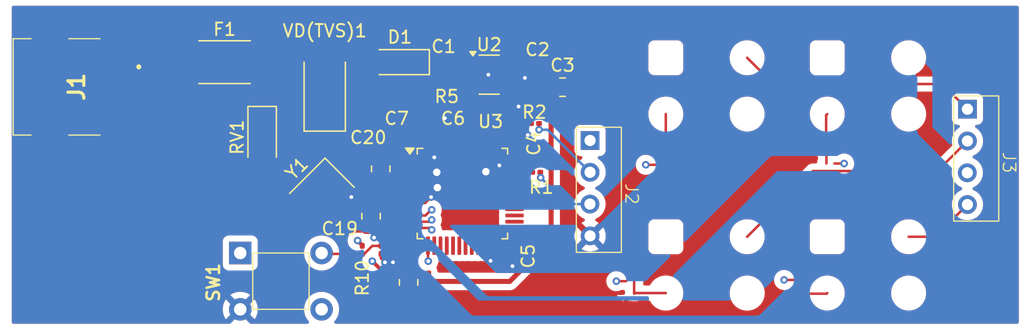
<source format=kicad_pcb>
(kicad_pcb (version 20241229) (generator "pcbnew") (generator_version "9.0")
  (layers (0 "F.Cu" signal) (2 "B.Cu" signal) (13 "F.Paste" user) (15 "B.Paste" user) (5 "F.SilkS" user "F.Silkscreen") (7 "B.SilkS" user "B.Silkscreen") (1 "F.Mask" user) (3 "B.Mask" user) (25 "Edge.Cuts" user))
  (net 0 "")
  (net 1 "3.3V")
  (net 2 "Net-(D1-K)")
  (net 3 "GND")
  (net 4 "Net-(U2-EN)")
  (net 5 "Net-(U3-PA13)")
  (net 6 "Net-(J2-Pad2)")
  (net 7 "Net-(J2-Pad3)")
  (net 8 "PD1")
  (net 9 "RESET")
  (net 10 "Net-(D1-A)")
  (net 11 "Net-(J1-VCC)")
  (net 12 "Net-(U3-PA14)")
  (net 13 "3.3VA")
  (net 14 "PD0")
  (net 52 "unconnected-(J3-Pad2)")
  (net 53 "unconnected-(J3-Pad4)")
  (net 55 "unconnected-(J3-Pad1)")
  (net 56 "unconnected-(U3-PA3-Pad13)")
  (net 57 "unconnected-(U3-PA2-Pad12)")
  (net 58 "unconnected-(U3-PA0-Pad10)")
  (net 59 "unconnected-(U3-PA1-Pad11)")
  (footprint "Resistor_SMD:R_0201_0603Metric" (layer "F.Cu") (at 61.1575 54.35 180)
    (property "Reference" "C7" (at 0.095 1 0) (layer "F.SilkS"))
    (property "Value" "0.1uF")
    (pad "1" smd roundrect (at -0.32 0 180) (size 0.46 0.4) (layers "F.Cu" "F.Mask") (net 1 "3.3V"))
    (pad "2" smd roundrect (at 0.32 0 180) (size 0.46 0.4) (layers "F.Cu" "F.Mask") (net 3 "GND"))
  )
  (footprint "Resistor_SMD:R_0201_0603Metric" (layer "F.Cu") (at 71.3125 49.195 -90)
    (property "Reference" "C2" (at -1.345 -1 180) (layer "F.SilkS"))
    (property "Value" "0.1uF" (hide yes))
    (pad "1" smd roundrect (at -0.32 0 270) (size 0.46 0.4) (layers "F.Cu" "F.Mask") (net 1 "3.3V"))
    (pad "2" smd roundrect (at 0.32 0 270) (size 0.46 0.4) (layers "F.Cu" "F.Mask") (net 3 "GND"))
  )
  (footprint "My_lib2:J - W04M" (layer "F.Cu") (at 109.1625 56.55 -90)
    (property "Reference" "J3" (at 0.325 -0.825 270) (layer "F.SilkS") (effects (font (thickness 0.1))))
    (property "Value" "~" (hide yes))
    (fp_rect (start -5 0) (end 5 3.6) (stroke (width 0.1)) (fill no) (layer "F.SilkS") (net 6946862))
    (pad "1" thru_hole rect (at -3.94 2.5 270) (size 1.5 1.5) (drill 0.9) (layers "*.Cu" "*.Mask") (net 55 "unconnected-(J3-Pad1)"))
    (pad "2" thru_hole circle (at -1.4 2.5 270) (size 1.5 1.5) (drill 0.9) (layers "*.Cu" "*.Mask") (net 52 "unconnected-(J3-Pad2)"))
    (pad "3" thru_hole circle (at 1.14 2.511693 270) (size 1.5 1.5) (drill 0.9) (layers "*.Cu" "*.Mask"))
    (pad "4" thru_hole circle (at 3.68 2.5 270) (size 1.5 1.5) (drill 0.9) (layers "*.Cu" "*.Mask") (net 53 "unconnected-(J3-Pad4)"))
  )
  (footprint "Resistor_SMD:R_0805_2012Metric" (layer "F.Cu") (at 74.3125 50.85)
    (property "Reference" "C3" (at 0 -1.75 0) (layer "F.SilkS"))
    (property "Value" "4.7uF")
    (fp_line (start -0.227064 -0.735) (end 0.227064 -0.735) (stroke (width 0.12)) (layer "F.SilkS") (net 6946862))
    (fp_line (start -0.227064 0.735) (end 0.227064 0.735) (stroke (width 0.12)) (layer "F.SilkS") (net 6946862))
    (pad "1" smd roundrect (at -0.9125 0) (size 1.025 1.4) (layers "F.Cu" "F.Mask" "F.Paste") (roundrect_rratio 0.243902) (net 1 "3.3V"))
    (pad "2" smd roundrect (at 0.9125 0) (size 1.025 1.4) (layers "F.Cu" "F.Mask" "F.Paste") (roundrect_rratio 0.243902) (net 3 "GND"))
  )
  (footprint "Resistor_SMD:R_0201_0603Metric" (layer "F.Cu") (at 70.3125 64.195 -90)
    (property "Reference" "C5" (at 0.155 -1.25 90) (layer "F.SilkS"))
    (property "Value" "0.1uF" (hide yes))
    (pad "1" smd roundrect (at -0.32 0 270) (size 0.46 0.4) (layers "F.Cu" "F.Mask") (net 1 "3.3V"))
    (pad "2" smd roundrect (at 0.32 0 270) (size 0.46 0.4) (layers "F.Cu" "F.Mask") (net 3 "GND"))
  )
  (footprint "Resistor_SMD:R_0201_0603Metric" (layer "F.Cu") (at 63.6125 66.05 -90)
    (property "Reference" "FB1" (hide yes))
    (property "Value" "600Ом 100Мгц" (hide yes))
    (pad "1" smd roundrect (at -0.32 0 270) (size 0.46 0.4) (layers "F.Cu" "F.Mask") (net 13 "3.3VA"))
    (pad "2" smd roundrect (at 0.32 0 270) (size 0.46 0.4) (layers "F.Cu" "F.Mask") (net 1 "3.3V"))
  )
  (footprint "Package_TO_SOT_SMD:SOT-23-5" (layer "F.Cu") (at 68.45 49.85)
    (property "Reference" "U2" (at 0 -2.4 0) (layer "F.SilkS"))
    (property "Value" "~")
    (fp_line (start 0 -1.56) (end -0.8 -1.56) (stroke (width 0.12)) (layer "F.SilkS") (net 6946862))
    (fp_line (start 0 -1.56) (end 0.8 -1.56) (stroke (width 0.12)) (layer "F.SilkS") (net 6946862))
    (fp_line (start 0 1.56) (end -0.8 1.56) (stroke (width 0.12)) (layer "F.SilkS") (net 6946862))
    (fp_line (start 0 1.56) (end 0.8 1.56) (stroke (width 0.12)) (layer "F.SilkS") (net 6946862))
    (fp_poly (pts (xy -1.3 -1.51) (xy -1.54 -1.84) (xy -1.06 -1.84) (xy -1.3 -1.51)) (stroke (width 0.12)) (fill yes) (layer "F.SilkS") (net 6946862))
    (pad "1" smd roundrect (at -1.1375 -0.95) (size 1.325 0.6) (layers "F.Cu" "F.Mask" "F.Paste") (net 2 "Net-(D1-K)"))
    (pad "2" smd roundrect (at -1.1375 0) (size 1.325 0.6) (layers "F.Cu" "F.Mask" "F.Paste") (net 3 "GND"))
    (pad "3" smd roundrect (at -1.1375 0.95) (size 1.325 0.6) (layers "F.Cu" "F.Mask" "F.Paste") (net 4 "Net-(U2-EN)"))
    (pad "4" smd roundrect (at 1.1375 0.95) (size 1.325 0.6) (layers "F.Cu" "F.Mask" "F.Paste"))
    (pad "5" smd roundrect (at 1.1375 -0.95) (size 1.325 0.6) (layers "F.Cu" "F.Mask" "F.Paste") (net 1 "3.3V"))
  )
  (footprint "Resistor_SMD:R_0201_0603Metric" (layer "F.Cu") (at 64.3125 49.195 -90)
    (property "Reference" "C1" (at -1.595 -0.5 180) (layer "F.SilkS"))
    (property "Value" "0.33uF" (hide yes))
    (pad "1" smd roundrect (at -0.32 0 270) (size 0.46 0.4) (layers "F.Cu" "F.Mask") (net 2 "Net-(D1-K)"))
    (pad "2" smd roundrect (at 0.32 0 270) (size 0.46 0.4) (layers "F.Cu" "F.Mask") (net 3 "GND"))
  )
  (footprint "Resistor_SMD:R_0201_0603Metric" (layer "F.Cu") (at 65.3125 50.17 -90)
    (property "Reference" "R5" (at 1.43 0.25 0) (layer "F.SilkS"))
    (property "Value" "10k" (hide yes))
    (pad "1" smd roundrect (at -0.32 0 270) (size 0.46 0.4) (layers "F.Cu" "F.Mask") (net 2 "Net-(D1-K)"))
    (pad "2" smd roundrect (at 0.32 0 270) (size 0.46 0.4) (layers "F.Cu" "F.Mask") (net 4 "Net-(U2-EN)"))
  )
  (footprint "My_lib2:SW - 0650HIM-130G-G" (layer "F.Cu") (at 51.8125 66.35)
    (property "Reference" "SW1" (at -5.4 0.1 90) (layer "F.SilkS") (effects (font (thickness 0.2) (bold yes))))
    (property "Value" "SW_Push" (hide yes))
    (fp_rect (start -2.25 -2.25) (end 2.25 2.25) (stroke (width 0.1)) (fill no) (layer "F.SilkS") (net 6946862))
    (pad "1" thru_hole rect (at -3.25 -2.25) (size 1.8 1.8) (drill 1) (layers "*.Cu" "*.Mask"))
    (pad "2" thru_hole circle (at 3.25 -2.25) (size 1.8 1.8) (drill 1) (layers "*.Cu" "*.Mask") (net 9 "RESET"))
    (pad "3" thru_hole circle (at -3.25 2.25) (size 1.8 1.8) (drill 1) (layers "*.Cu" "*.Mask") (net 3 "GND"))
    (pad "4" thru_hole circle (at 3.25 2.25) (size 1.8 1.8) (drill 1) (layers "*.Cu" "*.Mask"))
  )
  (footprint "Resistor_SMD:R_0201_0603Metric" (layer "F.Cu") (at 70.8125 55.005 90)
    (property "Reference" "C4" (at -0.345 1.2 270) (layer "F.SilkS"))
    (property "Value" "0.1uF" (hide yes))
    (pad "1" smd roundrect (at -0.32 0 90) (size 0.46 0.4) (layers "F.Cu" "F.Mask") (net 1 "3.3V"))
    (pad "2" smd roundrect (at 0.32 0 90) (size 0.46 0.4) (layers "F.Cu" "F.Mask") (net 3 "GND"))
  )
  (footprint "Fuse:Fuse_2512_6332Metric" (layer "F.Cu") (at 47.3125 48.85)
    (property "Reference" "F1" (at 0 -2.62 0) (layer "F.SilkS"))
    (property "Value" "0.5A")
    (fp_line (start -2.052064 -1.71) (end 2.052064 -1.71) (stroke (width 0.12)) (layer "F.SilkS") (net 6946862))
    (fp_line (start -2.052064 1.71) (end 2.052064 1.71) (stroke (width 0.12)) (layer "F.SilkS") (net 6946862))
    (pad "1" smd roundrect (at -2.9 0) (size 1.35 3.35) (layers "F.Cu" "F.Mask" "F.Paste") (roundrect_rratio 0.185185) (net 11 "Net-(J1-VCC)"))
    (pad "2" smd roundrect (at 2.9 0) (size 1.35 3.35) (layers "F.Cu" "F.Mask" "F.Paste") (roundrect_rratio 0.185185) (net 10 "Net-(D1-A)"))
  )
  (footprint "Diode_SMD:D_1206_3216Metric_Pad1.42x1.75mm_HandSolder" (layer "F.Cu") (at 50.3125 54.85 -90)
    (property "Reference" "RV1" (at 0 2 90) (layer "F.SilkS"))
    (property "Value" "6V")
    (fp_line (start -2.46 1.135) (end 1.6 1.135) (stroke (width 0.12)) (layer "F.SilkS") (net 6946862))
    (fp_line (start -2.46 -1.135) (end -2.46 1.135) (stroke (width 0.12)) (layer "F.SilkS") (net 6946862))
    (fp_line (start 1.6 -1.135) (end -2.46 -1.135) (stroke (width 0.12)) (layer "F.SilkS") (net 6946862))
    (pad "1" smd roundrect (at -1.4875 0 270) (size 1.425 1.75) (layers "F.Cu" "F.Mask" "F.Paste") (roundrect_rratio 0.175439) (net 10 "Net-(D1-A)"))
    (pad "2" smd roundrect (at 1.4875 0 270) (size 1.425 1.75) (layers "F.Cu" "F.Mask" "F.Paste") (roundrect_rratio 0.175439) (net 3 "GND"))
  )
  (footprint "Package_QFP:LQFP-48_7x7mm_P0.5mm" (layer "F.Cu") (at 66.3125 59.35)
    (property "Reference" "U3" (at 2.25 -5.75 0) (layer "F.SilkS"))
    (property "Value" "STM32F103C8Tx")
    (fp_line (start -3.61 -3.61) (end -3.61 -3.16) (stroke (width 0.12)) (layer "F.SilkS") (net 6946862))
    (fp_line (start -3.61 3.61) (end -3.61 3.16) (stroke (width 0.12)) (layer "F.SilkS") (net 6946862))
    (fp_line (start -3.16 -3.61) (end -3.61 -3.61) (stroke (width 0.12)) (layer "F.SilkS") (net 6946862))
    (fp_line (start -3.16 3.61) (end -3.61 3.61) (stroke (width 0.12)) (layer "F.SilkS") (net 6946862))
    (fp_line (start 3.16 -3.61) (end 3.61 -3.61) (stroke (width 0.12)) (layer "F.SilkS") (net 6946862))
    (fp_line (start 3.16 3.61) (end 3.61 3.61) (stroke (width 0.12)) (layer "F.SilkS") (net 6946862))
    (fp_line (start 3.61 -3.61) (end 3.61 -3.16) (stroke (width 0.12)) (layer "F.SilkS") (net 6946862))
    (fp_line (start 3.61 3.61) (end 3.61 3.16) (stroke (width 0.12)) (layer "F.SilkS") (net 6946862))
    (fp_poly (pts (xy -4.2 -3.16) (xy -4.54 -3.63) (xy -3.86 -3.63) (xy -4.2 -3.16)) (stroke (width 0.12)) (fill yes) (layer "F.SilkS") (net 6946862))
    (pad "1" smd roundrect (at -4.1625 -2.75) (size 1.475 0.3) (layers "F.Cu" "F.Mask" "F.Paste") (net 1 "3.3V"))
    (pad "2" smd roundrect (at -4.1625 -2.25) (size 1.475 0.3) (layers "F.Cu" "F.Mask" "F.Paste"))
    (pad "3" smd roundrect (at -4.1625 -1.75) (size 1.475 0.3) (layers "F.Cu" "F.Mask" "F.Paste"))
    (pad "4" smd roundrect (at -4.1625 -1.25) (size 1.475 0.3) (layers "F.Cu" "F.Mask" "F.Paste"))
    (pad "5" smd roundrect (at -4.1625 -0.75) (size 1.475 0.3) (layers "F.Cu" "F.Mask" "F.Paste") (net 14 "PD0"))
    (pad "6" smd roundrect (at -4.1625 -0.25) (size 1.475 0.3) (layers "F.Cu" "F.Mask" "F.Paste") (net 8 "PD1"))
    (pad "7" smd roundrect (at -4.1625 0.25) (size 1.475 0.3) (layers "F.Cu" "F.Mask" "F.Paste") (net 9 "RESET"))
    (pad "8" smd roundrect (at -4.1625 0.75) (size 1.475 0.3) (layers "F.Cu" "F.Mask" "F.Paste") (net 3 "GND"))
    (pad "9" smd roundrect (at -4.1625 1.25) (size 1.475 0.3) (layers "F.Cu" "F.Mask" "F.Paste") (net 13 "3.3VA"))
    (pad "10" smd roundrect (at -4.1625 1.75) (size 1.475 0.3) (layers "F.Cu" "F.Mask" "F.Paste") (net 58 "unconnected-(U3-PA0-Pad10)"))
    (pad "11" smd roundrect (at -4.1625 2.25) (size 1.475 0.3) (layers "F.Cu" "F.Mask" "F.Paste") (net 59 "unconnected-(U3-PA1-Pad11)"))
    (pad "12" smd roundrect (at -4.1625 2.75) (size 1.475 0.3) (layers "F.Cu" "F.Mask" "F.Paste") (net 57 "unconnected-(U3-PA2-Pad12)"))
    (pad "13" smd roundrect (at -2.75 4.1625) (size 0.3 1.475) (layers "F.Cu" "F.Mask" "F.Paste") (net 56 "unconnected-(U3-PA3-Pad13)"))
    (pad "14" smd roundrect (at -2.25 4.1625) (size 0.3 1.475) (layers "F.Cu" "F.Mask" "F.Paste"))
    (pad "15" smd roundrect (at -1.75 4.1625) (size 0.3 1.475) (layers "F.Cu" "F.Mask" "F.Paste"))
    (pad "16" smd roundrect (at -1.25 4.1625) (size 0.3 1.475) (layers "F.Cu" "F.Mask" "F.Paste"))
    (pad "17" smd roundrect (at -0.75 4.1625) (size 0.3 1.475) (layers "F.Cu" "F.Mask" "F.Paste"))
    (pad "18" smd roundrect (at -0.25 4.1625) (size 0.3 1.475) (layers "F.Cu" "F.Mask" "F.Paste"))
    (pad "19" smd roundrect (at 0.25 4.1625) (size 0.3 1.475) (layers "F.Cu" "F.Mask" "F.Paste"))
    (pad "20" smd roundrect (at 0.75 4.1625) (size 0.3 1.475) (layers "F.Cu" "F.Mask" "F.Paste"))
    (pad "21" smd roundrect (at 1.25 4.1625) (size 0.3 1.475) (layers "F.Cu" "F.Mask" "F.Paste"))
    (pad "22" smd roundrect (at 1.75 4.1625) (size 0.3 1.475) (layers "F.Cu" "F.Mask" "F.Paste"))
    (pad "23" smd roundrect (at 2.25 4.1625) (size 0.3 1.475) (layers "F.Cu" "F.Mask" "F.Paste") (net 3 "GND"))
    (pad "24" smd roundrect (at 2.75 4.1625) (size 0.3 1.475) (layers "F.Cu" "F.Mask" "F.Paste") (net 1 "3.3V"))
    (pad "25" smd roundrect (at 4.1625 2.75) (size 1.475 0.3) (layers "F.Cu" "F.Mask" "F.Paste"))
    (pad "26" smd roundrect (at 4.1625 2.25) (size 1.475 0.3) (layers "F.Cu" "F.Mask" "F.Paste"))
    (pad "27" smd roundrect (at 4.1625 1.75) (size 1.475 0.3) (layers "F.Cu" "F.Mask" "F.Paste"))
    (pad "28" smd roundrect (at 4.1625 1.25) (size 1.475 0.3) (layers "F.Cu" "F.Mask" "F.Paste"))
    (pad "29" smd roundrect (at 4.1625 0.75) (size 1.475 0.3) (layers "F.Cu" "F.Mask" "F.Paste"))
    (pad "30" smd roundrect (at 4.1625 0.25) (size 1.475 0.3) (layers "F.Cu" "F.Mask" "F.Paste"))
    (pad "31" smd roundrect (at 4.1625 -0.25) (size 1.475 0.3) (layers "F.Cu" "F.Mask" "F.Paste"))
    (pad "32" smd roundrect (at 4.1625 -0.75) (size 1.475 0.3) (layers "F.Cu" "F.Mask" "F.Paste"))
    (pad "33" smd roundrect (at 4.1625 -1.25) (size 1.475 0.3) (layers "F.Cu" "F.Mask" "F.Paste"))
    (pad "34" smd roundrect (at 4.1625 -1.75) (size 1.475 0.3) (layers "F.Cu" "F.Mask" "F.Paste") (net 5 "Net-(U3-PA13)"))
    (pad "35" smd roundrect (at 4.1625 -2.25) (size 1.475 0.3) (layers "F.Cu" "F.Mask" "F.Paste") (net 3 "GND"))
    (pad "36" smd roundrect (at 4.1625 -2.75) (size 1.475 0.3) (layers "F.Cu" "F.Mask" "F.Paste") (net 1 "3.3V"))
    (pad "37" smd roundrect (at 2.75 -4.1625) (size 0.3 1.475) (layers "F.Cu" "F.Mask" "F.Paste") (net 12 "Net-(U3-PA14)"))
    (pad "38" smd roundrect (at 2.25 -4.1625) (size 0.3 1.475) (layers "F.Cu" "F.Mask" "F.Paste"))
    (pad "39" smd roundrect (at 1.75 -4.1625) (size 0.3 1.475) (layers "F.Cu" "F.Mask" "F.Paste"))
    (pad "40" smd roundrect (at 1.25 -4.1625) (size 0.3 1.475) (layers "F.Cu" "F.Mask" "F.Paste"))
    (pad "41" smd roundrect (at 0.75 -4.1625) (size 0.3 1.475) (layers "F.Cu" "F.Mask" "F.Paste"))
    (pad "42" smd roundrect (at 0.25 -4.1625) (size 0.3 1.475) (layers "F.Cu" "F.Mask" "F.Paste"))
    (pad "43" smd roundrect (at -0.25 -4.1625) (size 0.3 1.475) (layers "F.Cu" "F.Mask" "F.Paste"))
    (pad "44" smd roundrect (at -0.75 -4.1625) (size 0.3 1.475) (layers "F.Cu" "F.Mask" "F.Paste"))
    (pad "45" smd roundrect (at -1.25 -4.1625) (size 0.3 1.475) (layers "F.Cu" "F.Mask" "F.Paste"))
    (pad "46" smd roundrect (at -1.75 -4.1625) (size 0.3 1.475) (layers "F.Cu" "F.Mask" "F.Paste"))
    (pad "47" smd roundrect (at -2.25 -4.1625) (size 0.3 1.475) (layers "F.Cu" "F.Mask" "F.Paste") (net 3 "GND"))
    (pad "48" smd roundrect (at -2.75 -4.1625) (size 0.3 1.475) (layers "F.Cu" "F.Mask" "F.Paste") (net 1 "3.3V"))
  )
  (footprint "Resistor_SMD:R_0201_0603Metric" (layer "F.Cu") (at 72.1125 53.75)
    (property "Reference" "R2" (at -0.05 -0.9 0) (layer "F.SilkS"))
    (property "Value" "100" (hide yes))
    (pad "1" smd roundrect (at -0.32 0) (size 0.46 0.4) (layers "F.Cu" "F.Mask") (net 12 "Net-(U3-PA14)"))
    (pad "2" smd roundrect (at 0.32 0) (size 0.46 0.4) (layers "F.Cu" "F.Mask") (net 6 "Net-(J2-Pad2)"))
  )
  (footprint "Resistor_SMD:R_0201_0603Metric" (layer "F.Cu") (at 59.8125 63.85 -90)
    (property "Reference" "C17" (hide yes))
    (property "Value" "0.1uF" (hide yes))
    (pad "1" smd roundrect (at -0.32 0 270) (size 0.46 0.4) (layers "F.Cu" "F.Mask") (net 9 "RESET"))
    (pad "2" smd roundrect (at 0.32 0 270) (size 0.46 0.4) (layers "F.Cu" "F.Mask") (net 3 "GND"))
  )
  (footprint "Diode_SMD:D_SOD-123" (layer "F.Cu") (at 61.3125 48.85 180)
    (property "Reference" "D1" (at 0 2 0) (layer "F.SilkS"))
    (property "Value" "~" (hide yes))
    (fp_line (start -2.36 1) (end 1.65 1) (stroke (width 0.12)) (layer "F.SilkS") (net 6946862))
    (fp_line (start -2.36 -1) (end 1.65 -1) (stroke (width 0.12)) (layer "F.SilkS") (net 6946862))
    (fp_line (start -2.36 -1) (end -2.36 1) (stroke (width 0.12)) (layer "F.SilkS") (net 6946862))
    (pad "1" smd roundrect (at -1.65 0 180) (size 0.9 1.2) (layers "F.Cu" "F.Mask" "F.Paste") (net 2 "Net-(D1-K)"))
    (pad "2" smd roundrect (at 1.65 0 180) (size 0.9 1.2) (layers "F.Cu" "F.Mask" "F.Paste") (net 10 "Net-(D1-A)"))
  )
  (footprint "Resistor_SMD:R_0805_2012Metric" (layer "F.Cu") (at 59.7875 57.375 -90)
    (property "Reference" "C20" (at -2.5 1 180) (layer "F.SilkS"))
    (property "Value" "18pF")
    (fp_line (start -0.227064 0.735) (end 0.227064 0.735) (stroke (width 0.12)) (layer "F.SilkS") (net 6946862))
    (fp_line (start -0.227064 -0.735) (end 0.227064 -0.735) (stroke (width 0.12)) (layer "F.SilkS") (net 6946862))
    (pad "1" smd roundrect (at -0.9125 0 270) (size 1.025 1.4) (layers "F.Cu" "F.Mask" "F.Paste") (roundrect_rratio 0.243902) (net 3 "GND"))
    (pad "2" smd roundrect (at 0.9125 0 270) (size 1.025 1.4) (layers "F.Cu" "F.Mask" "F.Paste") (roundrect_rratio 0.243902) (net 14 "PD0"))
  )
  (footprint "Diode_SMD:D_SMA" (layer "F.Cu") (at 55.3125 50.85 90)
    (property "Reference" "VD(TVS)1" (at 4.5 0 180) (layer "F.SilkS"))
    (property "Value" "SMAJ5.0A" (hide yes))
    (fp_line (start -3.51 -1.65) (end 2 -1.65) (stroke (width 0.12)) (layer "F.SilkS") (net 6946862))
    (fp_line (start -3.51 -1.65) (end -3.51 1.65) (stroke (width 0.12)) (layer "F.SilkS") (net 6946862))
    (fp_line (start -3.51 1.65) (end 2 1.65) (stroke (width 0.12)) (layer "F.SilkS") (net 6946862))
    (pad "1" smd roundrect (at -2 0 90) (size 2.5 1.8) (layers "F.Cu" "F.Mask" "F.Paste") (roundrect_rratio 0.1388888889) (net 10 "Net-(D1-A)"))
    (pad "2" smd roundrect (at 2 0 90) (size 2.5 1.8) (layers "F.Cu" "F.Mask" "F.Paste") (roundrect_rratio 0.1388888889) (net 3 "GND"))
  )
  (footprint "Resistor_SMD:R_0201_0603Metric" (layer "F.Cu") (at 70.8125 53.45 90)
    (property "Reference" "C18" (hide yes))
    (property "Value" "47pF" (hide yes))
    (pad "1" smd roundrect (at -0.32 0 90) (size 0.46 0.4) (layers "F.Cu" "F.Mask") (net 12 "Net-(U3-PA14)"))
    (pad "2" smd roundrect (at 0.32 0 90) (size 0.46 0.4) (layers "F.Cu" "F.Mask") (net 3 "GND"))
  )
  (footprint "Resistor_SMD:R_0201_0603Metric" (layer "F.Cu") (at 58.3125 63.85 90)
    (property "Reference" "R10" (at -2.25 0 90) (layer "F.SilkS"))
    (property "Value" "10k" (hide yes))
    (pad "1" smd roundrect (at -0.32 0 90) (size 0.46 0.4) (layers "F.Cu" "F.Mask") (net 9 "RESET"))
    (pad "2" smd roundrect (at 0.32 0 90) (size 0.46 0.4) (layers "F.Cu" "F.Mask") (net 1 "3.3V"))
  )
  (footprint "Resistor_SMD:R_0805_2012Metric" (layer "F.Cu") (at 59.0125 61.15 -90)
    (property "Reference" "C19" (at 1 2.5 180) (layer "F.SilkS"))
    (property "Value" "18pF" (hide yes))
    (fp_line (start -0.227064 0.735) (end 0.227064 0.735) (stroke (width 0.12)) (layer "F.SilkS") (net 6946862))
    (fp_line (start -0.227064 -0.735) (end 0.227064 -0.735) (stroke (width 0.12)) (layer "F.SilkS") (net 6946862))
    (pad "1" smd roundrect (at -0.9125 0 270) (size 1.025 1.4) (layers "F.Cu" "F.Mask" "F.Paste") (roundrect_rratio 0.243902) (net 8 "PD1"))
    (pad "2" smd roundrect (at 0.9125 0 270) (size 1.025 1.4) (layers "F.Cu" "F.Mask" "F.Paste") (roundrect_rratio 0.243902) (net 3 "GND"))
  )
  (footprint "Resistor_SMD:R_0201_0603Metric" (layer "F.Cu") (at 72.2125 57.65)
    (property "Reference" "R1" (at 0.4 1.2 0) (layer "F.SilkS"))
    (property "Value" "100")
    (pad "1" smd roundrect (at -0.32 0) (size 0.46 0.4) (layers "F.Cu" "F.Mask") (net 5 "Net-(U3-PA13)"))
    (pad "2" smd roundrect (at 0.32 0) (size 0.46 0.4) (layers "F.Cu" "F.Mask") (net 7 "Net-(J2-Pad3)"))
  )
  (footprint "My_lib2:micro USB -5075BMR05SM" (layer "F.Cu") (at 35.4875 50.825 -90)
    (property "Reference" "J1" (at 0 0 90) (layer "F.SilkS") (effects (font (size 1.27 1.27) (thickness 0.254))))
    (property "Value" "~" (hide yes))
    (fp_line (start -3.85 5.07) (end 3.85 5.07) (stroke (width 0.1)) (layer "F.SilkS") (net 6946862))
    (fp_line (start 3.85 5.07) (end 3.85 3.63) (stroke (width 0.1)) (layer "F.SilkS") (net 6946862))
    (fp_line (start -3.85 3.63) (end -3.85 5.07) (stroke (width 0.1)) (layer "F.SilkS") (net 6946862))
    (fp_line (start -3.85 -1.87) (end -3.85 0.63) (stroke (width 0.1)) (layer "F.SilkS") (net 6946862))
    (fp_line (start 3.85 -1.87) (end 3.85 0.63) (stroke (width 0.1)) (layer "F.SilkS") (net 6946862))
    (fp_line (start -1.7 -4.97) (end -1.7 -4.97) (stroke (width 0.2)) (layer "F.SilkS") (net 6946862))
    (fp_line (start -1.5 -4.97) (end -1.5 -4.97) (stroke (width 0.2)) (layer "F.SilkS") (net 6946862))
    (fp_arc (start -1.7 -4.97) (mid -1.6 -5.07) (end -1.5 -4.97) (stroke (width 0.2)) (layer "F.SilkS") (net 6946862))
    (fp_arc (start -1.5 -4.97) (mid -1.6 -4.87) (end -1.7 -4.97) (stroke (width 0.2)) (layer "F.SilkS") (net 6946862))
    (pad "1" smd rect (at -1.6 -3.495 270) (size 0.5 2.25) (layers "F.Cu" "F.Mask" "F.Paste") (net 11 "Net-(J1-VCC)"))
    (pad "2" smd rect (at -0.8 -3.495 270) (size 0.5 2.25) (layers "F.Cu" "F.Mask" "F.Paste"))
    (pad "3" smd rect (at 0 -3.495 270) (size 0.5 2.25) (layers "F.Cu" "F.Mask" "F.Paste"))
    (pad "4" smd rect (at 0.8 -3.495 270) (size 0.5 2.25) (layers "F.Cu" "F.Mask" "F.Paste"))
    (pad "5" smd rect (at 1.6 -3.495 270) (size 0.5 2.25) (layers "F.Cu" "F.Mask" "F.Paste") (net 3 "GND"))
    (pad "6" smd rect (at -4.45 -3.37 270) (size 2 2.5) (layers "F.Cu" "F.Mask" "F.Paste") (net 3 "GND"))
    (pad "7" smd rect (at -4.45 2.13 270) (size 2 2.5) (layers "F.Cu" "F.Mask" "F.Paste") (net 3 "GND"))
    (pad "8" smd rect (at 4.45 2.13 270) (size 2 2.5) (layers "F.Cu" "F.Mask" "F.Paste") (net 3 "GND"))
    (pad "9" smd rect (at 4.45 -3.37 270) (size 2 2.5) (layers "F.Cu" "F.Mask" "F.Paste") (net 3 "GND"))
  )
  (footprint "Resistor_SMD:R_0201_0603Metric" (layer "F.Cu") (at 63.8825 53.35)
    (property "Reference" "C6" (at 1.68 0 0) (layer "F.SilkS"))
    (property "Value" "0.1uF")
    (pad "1" smd roundrect (at -0.32 0) (size 0.46 0.4) (layers "F.Cu" "F.Mask") (net 1 "3.3V"))
    (pad "2" smd roundrect (at 0.32 0) (size 0.46 0.4) (layers "F.Cu" "F.Mask") (net 3 "GND"))
  )
  (footprint "Resistor_SMD:R_0805_2012Metric" (layer "F.Cu") (at 62.0125 66.45 -90)
    (property "Reference" "C12" (hide yes))
    (property "Value" "1uF")
    (fp_line (start -0.227064 0.735) (end 0.227064 0.735) (stroke (width 0.12)) (layer "F.SilkS") (net 6946862))
    (fp_line (start -0.227064 -0.735) (end 0.227064 -0.735) (stroke (width 0.12)) (layer "F.SilkS") (net 6946862))
    (pad "1" smd roundrect (at -0.9125 0 270) (size 1.025 1.4) (layers "F.Cu" "F.Mask" "F.Paste") (roundrect_rratio 0.243902) (net 13 "3.3VA"))
    (pad "2" smd roundrect (at 0.9125 0 270) (size 1.025 1.4) (layers "F.Cu" "F.Mask" "F.Paste") (roundrect_rratio 0.243902) (net 3 "GND"))
  )
  (footprint "My_lib2:J - W04M" (layer "F.Cu") (at 79.0125 59.05 -90)
    (property "Reference" "J2" (at 0.325 -0.825 270) (layer "F.SilkS") (effects (font (thickness 0.1))))
    (property "Value" "~" (hide yes))
    (fp_rect (start -5 0) (end 5 3.6) (stroke (width 0.1)) (fill no) (layer "F.SilkS") (net 6946862))
    (pad "1" thru_hole rect (at -3.94 2.5 270) (size 1.5 1.5) (drill 0.9) (layers "*.Cu" "*.Mask"))
    (pad "2" thru_hole circle (at -1.4 2.5 270) (size 1.5 1.5) (drill 0.9) (layers "*.Cu" "*.Mask") (net 6 "Net-(J2-Pad2)"))
    (pad "3" thru_hole circle (at 1.14 2.511693 270) (size 1.5 1.5) (drill 0.9) (layers "*.Cu" "*.Mask") (net 7 "Net-(J2-Pad3)"))
    (pad "4" thru_hole circle (at 3.68 2.5 270) (size 1.5 1.5) (drill 0.9) (layers "*.Cu" "*.Mask") (net 3 "GND"))
  )
  (footprint "Resistor_SMD:R_0201_0603Metric" (layer "F.Cu") (at 60.7125 63.85 -90)
    (property "Reference" "C11" (hide yes))
    (property "Value" "0.1uF" (hide yes))
    (pad "1" smd roundrect (at -0.32 0 270) (size 0.46 0.4) (layers "F.Cu" "F.Mask") (net 13 "3.3VA"))
    (pad "2" smd roundrect (at 0.32 0 270) (size 0.46 0.4) (layers "F.Cu" "F.Mask") (net 3 "GND"))
  )
  (footprint "Crystal:Crystal_SMD_3225-4Pin_3.2x2.5mm" (layer "F.Cu") (at 55.0875 59.1 -135)
    (property "Reference" "Y1" (at 0.176777 2.65165 45) (layer "F.SilkS"))
    (property "Value" "Crystal_GND24")
    (fp_line (start -2 1.65) (end 2 1.65) (stroke (width 0.12)) (layer "F.SilkS") (net 6946862))
    (fp_line (start -2 -1.65) (end -2 1.65) (stroke (width 0.12)) (layer "F.SilkS") (net 6946862))
    (pad "1" smd rect (at -1.1 0.85 225) (size 1.4 1.2) (layers "F.Cu" "F.Mask" "F.Paste") (net 14 "PD0"))
    (pad "2" smd rect (at 1.1 0.85 225) (size 1.4 1.2) (layers "F.Cu" "F.Mask" "F.Paste") (net 3 "GND"))
    (pad "3" smd rect (at 1.1 -0.85 225) (size 1.4 1.2) (layers "F.Cu" "F.Mask" "F.Paste") (net 8 "PD1"))
    (pad "4" smd rect (at -1.1 -0.85 225) (size 1.4 1.2) (layers "F.Cu" "F.Mask" "F.Paste") (net 3 "GND"))
  )
  (gr_rect (start 56.25 61.725) (end 59.075 62.375) (stroke (width 0.2)) (fill yes) (layer "F.Cu") (net 3))
  (segment (start 93.4325 67.35) (end 95.4125 67.35) (width 0.2) (layer "F.Cu") (net 0))
  (segment (start 82.5625 56.14) (end 82.5725 56.15) (width 0.2) (layer "F.Cu") (net 0))
  (segment (start 80.0325 66.35) (end 80.0325 67.35) (width 0.2) (layer "F.Cu") (net 0))
  (segment (start 80.0325 67.25) (end 80.0825 67.3) (width 0.2) (layer "F.Cu") (net 0))
  (segment (start 82.5625 53) (end 82.5625 56.14) (width 0.2) (layer "F.Cu") (net 0))
  (segment (start 93.4325 66.25) (end 93.4325 67.35) (width 0.2) (layer "F.Cu") (net 0))
  (segment (start 95.3925 56.95) (end 95.3925 56.07) (width 0.2) (layer "F.Cu") (net 0))
  (segment (start 95.3725 56.05) (end 95.3725 53.09) (width 0.2) (layer "F.Cu") (net 0))
  (segment (start 95.3925 56.07) (end 95.3725 56.05) (width 0.2) (layer "F.Cu") (net 0))
  (segment (start 95.4125 67.35) (end 95.4625 67.3) (width 0.2) (layer "F.Cu") (net 0))
  (segment (start 95.3725 53.09) (end 95.4625 53) (width 0.2) (layer "F.Cu") (net 0))
  (segment (start 80.0825 67.3) (end 82.5625 67.3) (width 0.2) (layer "F.Cu") (net 0))
  (segment (start 82.5325 57.05) (end 82.5325 56.21) (width 0.2) (layer "F.Cu") (net 0))
  (segment (start 82.5325 56.21) (end 82.5925 56.15) (width 0.2) (layer "F.Cu") (net 0))
  (segment (start 71.47237 48.875) (end 73.4 50.80263) (width 0.2) (layer "F.Cu") (net 1))
  (segment (start 70.8125 55.325) (end 70.8375 55.35) (width 0.2) (layer "F.Cu") (net 1))
  (segment (start 58.3125 63.475) (end 57.9375 63.1) (width 0.3) (layer "F.Cu") (net 1))
  (segment (start 62.15 55.0225) (end 61.4775 54.35) (width 0.2) (layer "F.Cu") (net 1))
  (segment (start 69.908388 51.925) (end 70.983388 50.85) (width 0.4) (layer "F.Cu") (net 1))
  (segment (start 70.475 56.6) (end 70.475 55.6625) (width 0.2) (layer "F.Cu") (net 1))
  (segment (start 61.4775 54.35) (end 63.1575 52.67) (width 0.4) (layer "F.Cu") (net 1))
  (segment (start 69.95 63.5125) (end 70.3125 63.875) (width 0.2) (layer "F.Cu") (net 1))
  (segment (start 70.475 55.6625) (end 70.8125 55.325) (width 0.2) (layer "F.Cu") (net 1))
  (segment (start 63.9025 51.925) (end 69.908388 51.925) (width 0.4) (layer "F.Cu") (net 1))
  (segment (start 63.1575 52.67) (end 63.4775 52.35) (width 0.4) (layer "F.Cu") (net 1))
  (segment (start 70.6375 63.875) (end 70.3125 63.875) (width 0.4) (layer "F.Cu") (net 1))
  (segment (start 58.3125 63.53) (end 58.3125 63.475) (width 0.3) (layer "F.Cu") (net 1))
  (segment (start 71.6125 64.85) (end 70.6375 63.875) (width 0.4) (layer "F.Cu") (net 1))
  (segment (start 63.5505 66.37) (end 63.5315 66.351) (width 0.2) (layer "F.Cu") (net 1))
  (segment (start 63.4775 52.35) (end 63.02 52.8075) (width 0.2) (layer "F.Cu") (net 1))
  (segment (start 63.6125 66.37) (end 63.5505 66.37) (width 0.2) (layer "F.Cu") (net 1))
  (segment (start 69.5875 48.9) (end 71.2875 48.9) (width 0.2) (layer "F.Cu") (net 1))
  (segment (start 63.6125 66.37) (end 70.0925 66.37) (width 0.4) (layer "F.Cu") (net 1))
  (segment (start 63.5315 66.351) (end 60.7135 66.351) (width 0.3) (layer "F.Cu") (net 1))
  (segment (start 70.983388 50.85) (end 73.4 50.85) (width 0.4) (layer "F.Cu") (net 1))
  (segment (start 73.4 63.0625) (end 73.4 60.7875) (width 0.4) (layer "F.Cu") (net 1))
  (segment (start 62.15 56.6) (end 62.15 55.0225) (width 0.2) (layer "F.Cu") (net 1))
  (segment (start 71.2875 48.9) (end 71.3125 48.875) (width 0.2) (layer "F.Cu") (net 1))
  (segment (start 71.3125 48.875) (end 71.47237 48.875) (width 0.2) (layer "F.Cu") (net 1))
  (segment (start 60.7135 66.351) (end 59.1125 64.75) (width 0.3) (layer "F.Cu") (net 1))
  (segment (start 70.0925 66.37) (end 73.4 63.0625) (width 0.4) (layer "F.Cu") (net 1))
  (segment (start 63.4775 52.35) (end 63.9025 51.925) (width 0.4) (layer "F.Cu") (net 1))
  (segment (start 63.5625 53.35) (end 63.5625 55.1875) (width 0.2) (layer "F.Cu") (net 1))
  (segment (start 73.4 50.80263) (end 73.4 50.85) (width 0.2) (layer "F.Cu") (net 1))
  (segment (start 69.0625 63.5125) (end 69.95 63.5125) (width 0.2) (layer "F.Cu") (net 1))
  (segment (start 70.8375 55.35) (end 73.4 55.35) (width 0.2) (layer "F.Cu") (net 1))
  (segment (start 73.4 50.85) (end 73.4 60.7875) (width 0.4) (layer "F.Cu") (net 1))
  (segment (start 63.02 52.8075) (end 63.5625 53.35) (width 0.4) (layer "F.Cu") (net 1))
  (via (at 57.9375 63.1) (size 0.6) (drill 0.3) (layers "F.Cu" "B.Cu") (net 1))
  (via (at 59.1125 64.75) (size 0.6) (drill 0.3) (layers "F.Cu" "B.Cu") (net 1))
  (segment (start 67.3125 48.9) (end 67.2875 48.875) (width 0.2) (layer "F.Cu") (net 2))
  (segment (start 65.3125 49.675001) (end 64.512499 48.875) (width 0.2) (layer "F.Cu") (net 2))
  (segment (start 64.512499 48.875) (end 64.3125 48.875) (width 0.2) (layer "F.Cu") (net 2))
  (segment (start 64.3125 48.875) (end 62.9875 48.875) (width 0.4) (layer "F.Cu") (net 2))
  (segment (start 62.9875 48.875) (end 62.9625 48.85) (width 0.4) (layer "F.Cu") (net 2))
  (segment (start 67.2875 48.875) (end 64.3125 48.875) (width 0.2) (layer "F.Cu") (net 2))
  (segment (start 71.3045 49.523) (end 71.3125 49.515) (width 0.2) (layer "F.Cu") (net 3))
  (segment (start 71.5375 54.675) (end 70.8225 54.675) (width 0.2) (layer "F.Cu") (net 3))
  (segment (start 64.0655 55.1905) (end 64.0625 55.1875) (width 0.2) (layer "F.Cu") (net 3))
  (segment (start 59.8125 64.17) (end 59.8125 64.53076) (width 0.2) (layer "F.Cu") (net 3))
  (segment (start 63.3445 60.1) (end 63.8115 59.633) (width 0.2) (layer "F.Cu") (net 3))
  (segment (start 60.7125 64.17) (end 60.7125 64.789) (width 0.2) (layer "F.Cu") (net 3))
  (segment (start 68.5625 63.5125) (end 68.5625 64.725) (width 0.2) (layer "F.Cu") (net 3))
  (segment (start 67.3165 49.854) (end 67.3125 49.85) (width 0.2) (layer "F.Cu") (net 3))
  (segment (start 53.8268 59.158619) (end 56.230962 59.158619) (width 0.4) (layer "F.Cu") (net 3))
  (segment (start 70.8125 53.13) (end 70.8125 52.41) (width 0.2) (layer "F.Cu") (net 3))
  (segment (start 70.3125 64.515) (end 70.3125 65.15) (width 0.2) (layer "F.Cu") (net 3))
  (segment (start 68.3835 49.854) (end 67.3165 49.854) (width 0.2) (layer "F.Cu") (net 3))
  (segment (start 56.230962 59.158619) (end 56.466358 58.923223) (width 0.4) (layer "F.Cu") (net 3))
  (segment (start 70.8125 52.41) (end 70.7965 52.394) (width 0.2) (layer "F.Cu") (net 3))
  (segment (start 71.3045 50.108) (end 71.3045 49.523) (width 0.2) (layer "F.Cu") (net 3))
  (segment (start 70.8225 54.675) (end 70.8125 54.685) (width 0.2) (layer "F.Cu") (net 3))
  (segment (start 70.475 57.1) (end 69.2625 57.1) (width 0.2) (layer "F.Cu") (net 3))
  (segment (start 59.250402 62.868662) (end 59.250402 62.300402) (width 0.2) (layer "F.Cu") (net 3))
  (segment (start 62.15 60.1) (end 63.3445 60.1) (width 0.2) (layer "F.Cu") (net 3))
  (segment (start 53.708642 59.276777) (end 53.8268 59.158619) (width 0.4) (layer "F.Cu") (net 3))
  (segment (start 57.4375 59.628858) (end 56.731865 58.923223) (width 0.4) (layer "F.Cu") (net 3))
  (segment (start 60.7125 64.789) (end 60.7635 64.84) (width 0.2) (layer "F.Cu") (net 3))
  (segment (start 59.250402 62.300402) (end 59.0125 62.0625) (width 0.2) (layer "F.Cu") (net 3))
  (segment (start 59.8125 64.53076) (end 60.12512 64.84338) (width 0.2) (layer "F.Cu") (net 3))
  (segment (start 56.731865 58.923223) (end 56.466358 58.923223) (width 0.4) (layer "F.Cu") (net 3))
  (segment (start 64.0655 56.458) (end 64.0655 55.1905) (width 0.2) (layer "F.Cu") (net 3))
  (via (at 68.1875 57.6) (size 1) (drill 0.6) (layers "F.Cu" "B.Cu") (net 3))
  (via (at 64.2625 57.65) (size 1) (drill 0.6) (layers "F.Cu" "B.Cu") (net 3))
  (via (at 64.0655 56.458) (size 0.6) (drill 0.3) (layers "F.Cu" "B.Cu") (net 3))
  (via (at 70.7965 52.394) (size 0.6) (drill 0.3) (layers "F.Cu" "B.Cu") (net 3))
  (via (at 70.3125 65.15) (size 0.6) (drill 0.3) (layers "F.Cu" "B.Cu") (net 3))
  (via (at 60.7635 64.84) (size 0.6) (drill 0.3) (layers "F.Cu" "B.Cu") (net 3))
  (via (at 63.8115 59.633) (size 0.6) (drill 0.3) (layers "F.Cu" "B.Cu") (net 3))
  (via (at 68.3835 49.854) (size 0.6) (drill 0.3) (layers "F.Cu" "B.Cu") (net 3))
  (via (at 57.4375 59.628858) (size 0.6) (drill 0.3) (layers "F.Cu" "B.Cu") (net 3))
  (via (at 60.12512 64.84338) (size 0.6) (drill 0.3) (layers "F.Cu" "B.Cu") (net 3))
  (via (at 59.250402 62.868662) (size 0.6) (drill 0.3) (layers "F.Cu" "B.Cu") (net 3))
  (via (at 64.3125 58.875) (size 1) (drill 0.6) (layers "F.Cu" "B.Cu") (net 3))
  (via (at 68.5625 64.725) (size 0.6) (drill 0.3) (layers "F.Cu" "B.Cu") (net 3))
  (via (at 71.3045 50.108) (size 0.6) (drill 0.3) (layers "F.Cu" "B.Cu") (net 3))
  (via (at 69.2625 57.1) (size 0.6) (drill 0.3) (layers "F.Cu" "B.Cu") (net 3))
  (via (at 64.9125 53.325) (size 0.6) (drill 0.3) (layers "F.Cu" "B.Cu") (net 3))
  (via (at 71.5375 54.675) (size 0.6) (drill 0.3) (layers "F.Cu" "B.Cu") (net 3))
  (segment (start 65.3125 50.49) (end 65.6225 50.8) (width 0.2) (layer "F.Cu") (net 4))
  (segment (start 65.6225 50.8) (end 67.3125 50.8) (width 0.2) (layer "F.Cu") (net 4))
  (segment (start 71.9925 57.6) (end 70.475 57.6) (width 0.2) (layer "F.Cu") (net 5))
  (segment (start 72.4325 54.245) (end 72.4375 54.25) (width 0.2) (layer "F.Cu") (net 6))
  (segment (start 72.4325 53.75) (end 72.4325 54.245) (width 0.2) (layer "F.Cu") (net 6))
  (via (at 72.4375 54.25) (size 0.6) (drill 0.3) (layers "F.Cu" "B.Cu") (net 6))
  (segment (start 76.5125 57.65) (end 73.1125 54.25) (width 0.2) (layer "B.Cu") (net 6))
  (segment (start 73.1125 54.25) (end 72.4375 54.25) (width 0.2) (layer "B.Cu") (net 6))
  (segment (start 72.5625 58.075) (end 72.5325 58.045) (width 0.2) (layer "F.Cu") (net 7))
  (segment (start 72.5325 58.045) (end 72.5325 57.65) (width 0.2) (layer "F.Cu") (net 7))
  (via (at 72.5625 58.075) (size 0.6) (drill 0.3) (layers "F.Cu" "B.Cu") (net 7))
  (segment (start 74.6775 60.19) (end 72.5625 58.075) (width 0.2) (layer "B.Cu") (net 7))
  (segment (start 76.500807 60.19) (end 74.6775 60.19) (width 0.2) (layer "B.Cu") (net 7))
  (segment (start 59.0125 60.2375) (end 59.225 60.2375) (width 0.2) (layer "F.Cu") (net 8))
  (segment (start 60.3625 59.1) (end 62.15 59.1) (width 0.2) (layer "F.Cu") (net 8))
  (segment (start 54.910723 60.478858) (end 59.496142 60.478858) (width 0.2) (layer "F.Cu") (net 8))
  (segment (start 59.225 60.2375) (end 60.3625 59.1) (width 0.2) (layer "F.Cu") (net 8))
  (segment (start 60.0375 60.85) (end 61.2875 59.6) (width 0.2) (layer "F.Cu") (net 9))
  (segment (start 59.8125 63.53) (end 59.11237 63.53) (width 0.2) (layer "F.Cu") (net 9))
  (segment (start 61.2875 59.6) (end 62.15 59.6) (width 0.2) (layer "F.Cu") (net 9))
  (segment (start 58.47237 64.17) (end 58.3125 64.17) (width 0.2) (layer "F.Cu") (net 9))
  (segment (start 60.0375 63.305) (end 60.0375 60.85) (width 0.2) (layer "F.Cu") (net 9))
  (segment (start 55.1325 64.17) (end 55.0625 64.1) (width 0.2) (layer "F.Cu") (net 9))
  (segment (start 59.8125 63.46) (end 59.8825 63.46) (width 0.2) (layer "F.Cu") (net 9))
  (segment (start 59.11237 63.53) (end 58.47237 64.17) (width 0.2) (layer "F.Cu") (net 9))
  (segment (start 58.3125 64.17) (end 55.1325 64.17) (width 0.2) (layer "F.Cu") (net 9))
  (segment (start 59.8825 63.46) (end 60.0375 63.305) (width 0.2) (layer "F.Cu") (net 9))
  (segment (start 50.2125 53.2625) (end 50.3125 53.3625) (width 0.6) (layer "F.Cu") (net 10))
  (segment (start 55.3125 48.85) (end 59.6625 48.85) (width 0.6) (layer "F.Cu") (net 10))
  (segment (start 50.2125 48.85) (end 50.2125 53.2625) (width 0.6) (layer "F.Cu") (net 10))
  (segment (start 50.2125 48.85) (end 55.3125 48.85) (width 0.6) (layer "F.Cu") (net 10))
  (segment (start 44.0125 49.25) (end 44.4125 48.85) (width 0.2) (layer "F.Cu") (net 11))
  (segment (start 44.0375 49.225) (end 44.4125 48.85) (width 0.4) (layer "F.Cu") (net 11))
  (segment (start 38.9825 49.225) (end 44.0375 49.225) (width 0.4) (layer "F.Cu") (net 11))
  (segment (start 71.7925 53.75) (end 70.8325 53.75) (width 0.2) (layer "F.Cu") (net 12))
  (segment (start 69.0625 54.625) (end 69.0625 55.1875) (width 0.2) (layer "F.Cu") (net 12))
  (segment (start 70.8125 53.77) (end 69.9175 53.77) (width 0.2) (layer "F.Cu") (net 12))
  (segment (start 69.9175 53.77) (end 69.0625 54.625) (width 0.2) (layer "F.Cu") (net 12))
  (segment (start 70.8325 53.75) (end 70.8125 53.77) (width 0.2) (layer "F.Cu") (net 12))
  (segment (start 60.7125 63.53) (end 61.1675 63.53) (width 0.2) (layer "F.Cu") (net 13))
  (segment (start 61.2625 60.6) (end 62.15 60.6) (width 0.2) (layer "F.Cu") (net 13))
  (segment (start 60.7125 63.53) (end 60.7125 61.15) (width 0.2) (layer "F.Cu") (net 13))
  (segment (start 63.6125 65.63) (end 63.4925 65.75) (width 0.2) (layer "F.Cu") (net 13))
  (segment (start 63.4925 65.75) (end 62.225 65.75) (width 0.2) (layer "F.Cu") (net 13))
  (segment (start 62.225 65.75) (end 62.0125 65.5375) (width 0.2) (layer "F.Cu") (net 13))
  (segment (start 60.7125 61.15) (end 61.2625 60.6) (width 0.2) (layer "F.Cu") (net 13))
  (segment (start 61.1675 63.53) (end 62.0125 64.375) (width 0.2) (layer "F.Cu") (net 13))
  (segment (start 62.0125 64.375) (end 62.0125 65.5375) (width 0.2) (layer "F.Cu") (net 13))
  (segment (start 62.15 58.6) (end 59.9 58.6) (width 0.2) (layer "F.Cu") (net 14))
  (segment (start 59.9 58.6) (end 59.002984 57.702984) (width 0.2) (layer "F.Cu") (net 14))
  (segment (start 55.282435 57.702984) (end 55.264277 57.721142) (width 0.2) (layer "F.Cu") (net 14))
  (segment (start 59.002984 57.702984) (end 55.282435 57.702984) (width 0.2) (layer "F.Cu") (net 14))
  (segment (start 104.2615 57.551) (end 94.3115 57.551) (width 0.2) (layer "F.Cu") (net 52))
  (segment (start 106.6625 55.15) (end 104.2615 57.551) (width 0.2) (layer "F.Cu") (net 52))
  (segment (start 94.3115 57.551) (end 89.0625 62.8) (width 0.2) (layer "F.Cu") (net 52))
  (segment (start 106.6625 60.23) (end 104.0925 62.8) (width 0.2) (layer "F.Cu") (net 53))
  (segment (start 104.0925 62.8) (end 101.9625 62.8) (width 0.2) (layer "F.Cu") (net 53))
  (segment (start 106.6625 52.61) (end 104.6525 50.6) (width 0.2) (layer "F.Cu") (net 55))
  (segment (start 104.6525 50.6) (end 91.1625 50.6) (width 0.2) (layer "F.Cu") (net 55))
  (segment (start 91.1625 50.6) (end 89.0625 48.5) (width 0.2) (layer "F.Cu") (net 55))
  (segment (start 63.5625 63.5125) (end 63.5625 64.729203) (width 0.2) (layer "F.Cu") (net 56))
  (segment (start 63.5625 64.729203) (end 63.583297 64.75) (width 0.2) (layer "F.Cu") (net 56))
  (segment (start 92.0125 66.25) (end 92.7925 66.25) (width 0.2) (layer "F.Cu") (net 56))
  (via (at 63.583297 64.75) (size 0.6) (drill 0.3) (layers "F.Cu" "B.Cu") (net 56))
  (via (at 92.0125 66.25) (size 0.6) (drill 0.3) (layers "F.Cu" "B.Cu") (net 56))
  (segment (start 63.712494 62.1) (end 63.8625 62.250006) (width 0.2) (layer "F.Cu") (net 57))
  (segment (start 62.2 62.15) (end 62.15 62.1) (width 0.2) (layer "F.Cu") (net 57))
  (segment (start 96.0325 56.95) (end 96.8125 56.95) (width 0.2) (layer "F.Cu") (net 57))
  (segment (start 62.15 62.1) (end 63.712494 62.1) (width 0.2) (layer "F.Cu") (net 57))
  (via (at 96.8125 56.95) (size 0.6) (drill 0.3) (layers "F.Cu" "B.Cu") (net 57))
  (via (at 63.8625 62.250006) (size 0.6) (drill 0.3) (layers "F.Cu" "B.Cu") (net 57))
  (segment (start 63.36256 61.1) (end 62.15 61.1) (width 0.2) (layer "F.Cu") (net 58))
  (segment (start 63.81256 60.65) (end 63.36256 61.1) (width 0.2) (layer "F.Cu") (net 58))
  (segment (start 80.9625 57.05) (end 81.8925 57.05) (width 0.2) (layer "F.Cu") (net 58))
  (segment (start 63.8625 60.65) (end 63.81256 60.65) (width 0.2) (layer "F.Cu") (net 58))
  (via (at 63.8625 60.65) (size 0.6) (drill 0.3) (layers "F.Cu" "B.Cu") (net 58))
  (via (at 80.9625 57.05) (size 0.6) (drill 0.3) (layers "F.Cu" "B.Cu") (net 58))
  (segment (start 63.712503 61.6) (end 62.15 61.6) (width 0.2) (layer "F.Cu") (net 59))
  (segment (start 78.6125 66.35) (end 79.3925 66.35) (width 0.2) (layer "F.Cu") (net 59))
  (segment (start 63.8625 61.450003) (end 63.712503 61.6) (width 0.2) (layer "F.Cu") (net 59))
  (via (at 78.6125 66.35) (size 0.6) (drill 0.3) (layers "F.Cu" "B.Cu") (net 59))
  (via (at 63.8625 61.450003) (size 0.6) (drill 0.3) (layers "F.Cu" "B.Cu") (net 59))
  (zone (net 3) (net_name "GND") (layers "F.Cu" "B.Cu") (connect_pads (clearance 0.5)) (min_thickness 0.25) (fill yes (thermal_gap 0.5) (thermal_bridge_width 0.5))
    (polygon (pts (xy 29.9025 70.174) (xy 111.1825 70.174) (xy 111.1825 44.012) (xy 29.9025 43.885)))
  )
)
</source>
